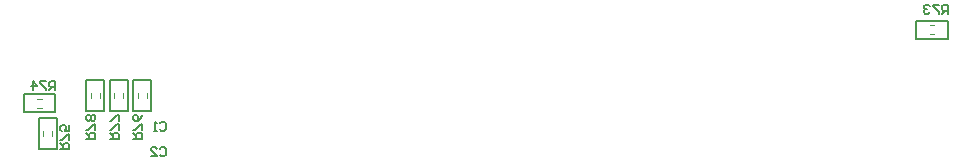
<source format=gbo>
G04*
G04 #@! TF.GenerationSoftware,Altium Limited,Altium Designer,22.7.1 (60)*
G04*
G04 Layer_Color=32896*
%FSLAX24Y24*%
%MOIN*%
G70*
G04*
G04 #@! TF.SameCoordinates,CA99F4AA-E310-4CAD-8695-46E652682A35*
G04*
G04*
G04 #@! TF.FilePolarity,Positive*
G04*
G01*
G75*
%ADD10C,0.0050*%
%ADD17C,0.0039*%
%ADD18C,0.0060*%
D10*
X55118Y20774D02*
X56168D01*
Y21374D01*
X55118D02*
X56168D01*
X55118Y20774D02*
Y21374D01*
X25869Y18132D02*
X26469D01*
Y17082D02*
Y18132D01*
X25869Y17082D02*
X26469D01*
X25869D02*
Y18132D01*
X26419Y18311D02*
Y18911D01*
X25369Y18311D02*
X26419D01*
X25369D02*
Y18911D01*
X26419D01*
X29015Y19394D02*
X29615D01*
Y18344D02*
Y19394D01*
X29015Y18344D02*
X29615D01*
X29015D02*
Y19394D01*
X27440Y19400D02*
X28040D01*
Y18350D02*
Y19400D01*
X27440Y18350D02*
X28040D01*
X27440D02*
Y19400D01*
X28227Y19394D02*
X28827D01*
Y18344D02*
Y19394D01*
X28227Y18344D02*
X28827D01*
X28227D02*
Y19394D01*
D17*
X55568Y21224D02*
X55718D01*
X55568Y20924D02*
X55718D01*
X26019Y17532D02*
Y17682D01*
X26319Y17532D02*
Y17682D01*
X25819Y18761D02*
X25969D01*
X25819Y18461D02*
X25969D01*
X29165Y18794D02*
Y18944D01*
X29465Y18794D02*
Y18944D01*
X27590Y18800D02*
Y18950D01*
X27890Y18800D02*
Y18950D01*
X28377Y18794D02*
Y18944D01*
X28677Y18794D02*
Y18944D01*
D18*
X56168Y21606D02*
Y21906D01*
X56018D01*
X55968Y21856D01*
Y21756D01*
X56018Y21706D01*
X56168D01*
X56068D02*
X55968Y21606D01*
X55868Y21906D02*
X55668D01*
Y21856D01*
X55868Y21656D01*
Y21606D01*
X55568Y21856D02*
X55518Y21906D01*
X55418D01*
X55368Y21856D01*
Y21806D01*
X55418Y21756D01*
X55468D01*
X55418D01*
X55368Y21706D01*
Y21656D01*
X55418Y21606D01*
X55518D01*
X55568Y21656D01*
X29900Y17954D02*
X29950Y18004D01*
X30050D01*
X30100Y17954D01*
Y17754D01*
X30050Y17704D01*
X29950D01*
X29900Y17754D01*
X29800Y17704D02*
X29700D01*
X29750D01*
Y18004D01*
X29800Y17954D01*
X27440Y17430D02*
X27740D01*
Y17580D01*
X27690Y17630D01*
X27590D01*
X27540Y17580D01*
Y17430D01*
Y17530D02*
X27440Y17630D01*
X27740Y17730D02*
Y17930D01*
X27690D01*
X27490Y17730D01*
X27440D01*
X27690Y18030D02*
X27740Y18080D01*
Y18180D01*
X27690Y18230D01*
X27640D01*
X27590Y18180D01*
X27540Y18230D01*
X27490D01*
X27440Y18180D01*
Y18080D01*
X27490Y18030D01*
X27540D01*
X27590Y18080D01*
X27640Y18030D01*
X27690D01*
X27590Y18080D02*
Y18180D01*
X28227Y17430D02*
X28527D01*
Y17580D01*
X28477Y17630D01*
X28377D01*
X28327Y17580D01*
Y17430D01*
Y17530D02*
X28227Y17630D01*
X28527Y17730D02*
Y17930D01*
X28477D01*
X28277Y17730D01*
X28227D01*
X28527Y18030D02*
Y18230D01*
X28477D01*
X28277Y18030D01*
X28227D01*
X29015Y17430D02*
X29315D01*
Y17580D01*
X29265Y17630D01*
X29165D01*
X29115Y17580D01*
Y17430D01*
Y17530D02*
X29015Y17630D01*
X29315Y17730D02*
Y17930D01*
X29265D01*
X29065Y17730D01*
X29015D01*
X29315Y18230D02*
X29265Y18130D01*
X29165Y18030D01*
X29065D01*
X29015Y18080D01*
Y18180D01*
X29065Y18230D01*
X29115D01*
X29165Y18180D01*
Y18030D01*
X26419Y19050D02*
Y19350D01*
X26269D01*
X26219Y19300D01*
Y19200D01*
X26269Y19150D01*
X26419D01*
X26319D02*
X26219Y19050D01*
X26119Y19350D02*
X25919D01*
Y19300D01*
X26119Y19100D01*
Y19050D01*
X25669D02*
Y19350D01*
X25819Y19200D01*
X25619D01*
X26577Y17082D02*
X26877D01*
Y17232D01*
X26827Y17282D01*
X26727D01*
X26677Y17232D01*
Y17082D01*
Y17182D02*
X26577Y17282D01*
X26877Y17382D02*
Y17582D01*
X26827D01*
X26627Y17382D01*
X26577D01*
X26877Y17882D02*
Y17682D01*
X26727D01*
X26777Y17782D01*
Y17832D01*
X26727Y17882D01*
X26627D01*
X26577Y17832D01*
Y17732D01*
X26627Y17682D01*
X29894Y17102D02*
X29944Y17152D01*
X30044D01*
X30094Y17102D01*
Y16902D01*
X30044Y16852D01*
X29944D01*
X29894Y16902D01*
X29595Y16852D02*
X29795D01*
X29595Y17052D01*
Y17102D01*
X29645Y17152D01*
X29745D01*
X29795Y17102D01*
M02*

</source>
